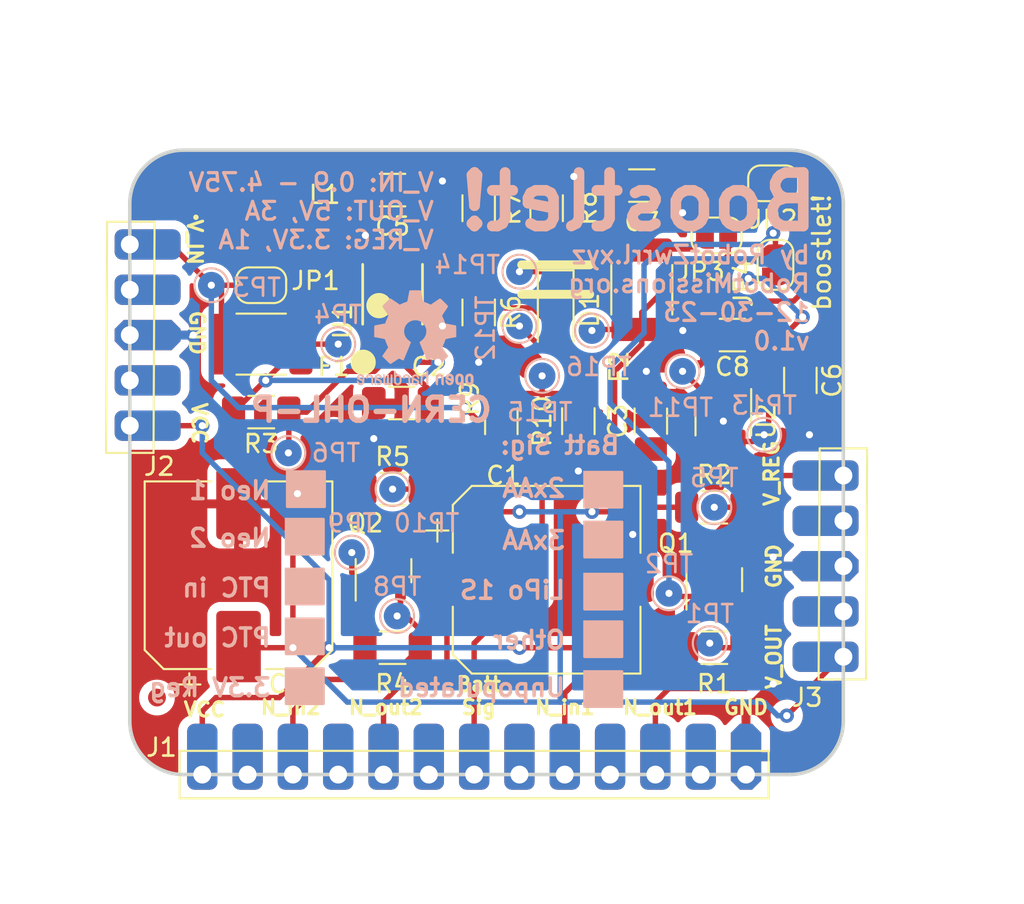
<source format=kicad_pcb>
(kicad_pcb (version 20221018) (generator pcbnew)
  (layers (0 "F.Cu" signal) (31 "B.Cu" signal) (34 "B.Paste" user) (35 "F.Paste" user) (36 "B.SilkS" user "B.Silkscreen") (37 "F.SilkS" user "F.Silkscreen") (38 "B.Mask" user) (39 "F.Mask" user) (44 "Edge.Cuts" user))
  (net 0 "")
  (net 1 "/5V")
  (net 2 "/V_BATT")
  (net 3 "Net-(D1-A)")
  (net 4 "Net-(JP1-B)")
  (net 5 "/3.3V")
  (net 6 "/NEO_OUT1")
  (net 7 "GND")
  (net 8 "VCC")
  (net 9 "/NEO_OUT2")
  (net 10 "/BATT_SIG")
  (net 13 "/NEO_IN1")
  (net 14 "/NEO_IN2")
  (net 17 "Net-(U1-LX)")
  (net 18 "Net-(U1-FB)")
  (net 19 "Net-(U1-RSET)")
  (net 20 "Net-(D1-K)")
  (net 21 "Net-(JP2-B)")
  (net 22 "Net-(U1-EN)")
  (footprint "Capacitor_SMD:CP_Elec_10x10" (layer "F.Cu") (at 127 103.886)
    (fp_text reference "C1")
    (fp_text value "680 uF @ 10 V")
  )
  (footprint "Jumper:SolderJumper-2_P1.3mm_Open_RoundedPad1.0x1.5mm" (layer "F.Cu") (at 139.7 81.661)
    (fp_text reference "JP2")
    (fp_text value "SolderJumper_2_Open")
  )
  (footprint "Resistor_SMD:R_1206_3216Metric_Pad1.30x1.75mm_HandSolder" (layer "F.Cu") (at 127 83.058 90)
    (fp_text reference "R8")
    (fp_text value "100k")
  )
  (footprint "!EK_Library:PAM2401" (layer "F.Cu") (at 118.364 87.884 90)
    (fp_text reference "U1")
    (fp_text value "PAM2401")
  )
  (footprint "Resistor_SMD:R_1206_3216Metric_Pad1.30x1.75mm_HandSolder" (layer "F.Cu") (at 110.998 94.488)
    (fp_text reference "R3")
    (fp_text value "100k")
  )
  (footprint "!EK_Library:Castellated_1x05_P2.54mm" (layer "F.Cu") (at 143.637 108.204 180)
    (fp_text reference "J3")
    (fp_text value "Conn_01x05_Socket")
  )
  (footprint "Jumper:SolderJumper-2_P1.3mm_Open_RoundedPad1.0x1.5mm" (layer "F.Cu") (at 136.525 84.582 180)
    (fp_text reference "JP3")
    (fp_text value "SolderJumper_2_Open")
  )
  (footprint "Fiducial:Fiducial_1mm_Mask2mm" (layer "F.Cu") (at 105.156 110.49)
    (fp_text reference "FID1" hide)
    (fp_text value "Fiducial")
  )
  (footprint "Resistor_SMD:R_1206_3216Metric_Pad1.30x1.75mm_HandSolder" (layer "F.Cu") (at 124.46 94.996 90)
    (fp_text reference "R9")
    (fp_text value "100")
  )
  (footprint "Resistor_SMD:R_1206_3216Metric_Pad1.30x1.75mm_HandSolder" (layer "F.Cu") (at 123.19 83.058 -90)
    (fp_text reference "R7")
    (fp_text value "750k")
  )
  (footprint "Resistor_SMD:R_1206_3216Metric_Pad1.30x1.75mm_HandSolder" (layer "F.Cu") (at 136.398 107.696)
    (fp_text reference "R1")
    (fp_text value "10k")
  )
  (footprint "Capacitor_SMD:C_1206_3216Metric_Pad1.33x1.80mm_HandSolder" (layer "F.Cu") (at 141.224 92.71 -90)
    (fp_text reference "C6")
    (fp_text value "4.7 uF")
  )
  (footprint "Diode_SMD:D_SOD-123" (layer "F.Cu") (at 127.508 88.9 -90)
    (fp_text reference "D1")
    (fp_text value "D_Schottky 3A")
  )
  (footprint "Fiducial:Fiducial_1mm_Mask2mm" (layer "F.Cu") (at 136.525 81.407)
    (fp_text reference "FID3" hide)
    (fp_text value "Fiducial")
  )
  (footprint "Package_TO_SOT_SMD:SOT-23" (layer "F.Cu") (at 136.398 103.886 90)
    (fp_text reference "Q1")
    (fp_text value "BSS138")
  )
  (footprint "Fuse:Fuse_1812_4532Metric_Pad1.30x3.40mm_HandSolder" (layer "F.Cu") (at 110.998 90.678 180)
    (fp_text reference "F1")
    (fp_text value "Polyfuse 6V, 1.5A I_h, 3A I_t, 500 ms")
  )
  (footprint "Package_TO_SOT_SMD:SOT-23" (layer "F.Cu") (at 117.856 103.378 90)
    (fp_text reference "Q2")
    (fp_text value "BSS138")
  )
  (footprint "Resistor_SMD:R_1206_3216Metric_Pad1.30x1.75mm_HandSolder" (layer "F.Cu") (at 136.398 99.822)
    (fp_text reference "R2")
    (fp_text value "10k")
  )
  (footprint "Jumper:SolderJumper-2_P1.3mm_Open_RoundedPad1.0x1.5mm" (layer "F.Cu") (at 110.998 87.376)
    (fp_text reference "JP1")
    (fp_text value "SolderJumper_2_Open")
  )
  (footprint "Resistor_SMD:R_1206_3216Metric_Pad1.30x1.75mm_HandSolder" (layer "F.Cu") (at 118.364 107.696)
    (fp_text reference "R4")
    (fp_text value "10k")
  )
  (footprint "Capacitor_SMD:C_1206_3216Metric_Pad1.33x1.80mm_HandSolder" (layer "F.Cu") (at 137.414 90.17 180)
    (fp_text reference "C8")
    (fp_text value "1 uF")
  )
  (footprint "Jumper:SolderJumper-2_P1.3mm_Open_RoundedPad1.0x1.5mm" (layer "F.Cu") (at 139.827 86.233 90)
    (fp_text reference "JP4")
    (fp_text value "SolderJumper_2_Open")
  )
  (footprint "Resistor_SMD:R_1206_3216Metric_Pad1.30x1.75mm_HandSolder" (layer "F.Cu") (at 118.364 98.806)
    (fp_text reference "R5")
    (fp_text value "10k")
  )
  (footprint "Capacitor_SMD:C_1206_3216Metric_Pad1.33x1.80mm_HandSolder" (layer "F.Cu") (at 118.364 82.042)
    (fp_text reference "C5")
    (fp_text value "22 uF")
  )
  (footprint "Fiducial:Fiducial_1mm_Mask2mm" (layer "F.Cu") (at 115.062 95.758)
    (fp_text reference "FID2" hide)
    (fp_text value "Fiducial")
  )
  (footprint "Resistor_SMD:R_1206_3216Metric_Pad1.30x1.75mm_HandSolder" (layer "F.Cu") (at 128.778 94.996 -90)
    (fp_text reference "R10")
    (fp_text value "6.8k")
  )
  (footprint "Capacitor_SMD:C_1206_3216Metric_Pad1.33x1.80mm_HandSolder" (layer "F.Cu") (at 132.334 81.788)
    (fp_text reference "C7")
    (fp_text value "1 uF")
  )
  (footprint "Package_TO_SOT_SMD:SOT-23-5" (layer "F.Cu") (at 136.906 94.996 -90)
    (fp_text reference "U2")
    (fp_text value "AP2112K-3.3")
  )
  (footprint "Capacitor_SMD:C_1206_3216Metric_Pad1.33x1.80mm_HandSolder" (layer "F.Cu") (at 118.872 93.98 180)
    (fp_text reference "C2")
    (fp_text value "10 uF")
  )
  (footprint "Capacitor_SMD:C_1206_3216Metric_Pad1.33x1.80mm_HandSolder" (layer "F.Cu") (at 132.842 94.996 90)
    (fp_text reference "C3")
    (fp_text value "4.7 uF")
  )
  (footprint "!EK_Library:INDUCTOR_IND_IFSC_1515AH_VIS-M" (layer "F.Cu") (at 110.744 83.566)
    (fp_text reference "L1")
    (fp_text value "2.2 uH, 3 A")
  )
  (footprint "Resistor_SMD:R_1206_3216Metric_Pad1.30x1.75mm_HandSolder" (layer "F.Cu") (at 123.19 88.9 -90)
    (fp_text reference "R6")
    (fp_text value "100k")
  )
  (footprint "Capacitor_SMD:CP_Elec_10x10" (layer "F.Cu") (at 109.728 103.632 90)
    (fp_text reference "C4")
    (fp_text value "680 uF @ 10 V")
  )
  (footprint "Fiducial:Fiducial_1mm_Mask2mm" (layer "F.Cu") (at 121.92 96.774)
    (fp_text reference "FID4" hide)
    (fp_text value "Fiducial")
  )
  (footprint "!EK_Library:Castellated_1x13_P2.54mm" (layer "F.Cu") (at 107.696 114.808 90)
    (fp_text reference "J1")
    (fp_text value "Conn_01x13_Socket")
  )
  (footprint "!EK_Library:Castellated_1x05_P2.54mm" (layer "F.Cu") (at 103.632 85.09)
    (fp_text reference "J2")
    (fp_text value "Conn_01x05_Socket")
  )
  (footprint "Fuse:Fuse_1812_4532Metric_Pad1.30x3.40mm_HandSolder" (layer "F.Cu") (at 132.334 87.63 -90)
    (fp_text reference "F2")
    (fp_text value "Polyfuse 16V, 1.25A I_h, 2.5A I_t, 400 ms")
  )
  (footprint "TestPoint:TestPoint_Pad_D1.5mm" (layer "B.Cu") (at 115.316 90.678 180)
    (fp_text reference "TP4")
    (fp_text value "TestPoint")
  )
  (footprint "TestPoint:TestPoint_Pad_D1.5mm" (layer "B.Cu") (at 118.618 105.918 180)
    (fp_text reference "TP8")
    (fp_text value "TestPoint")
  )
  (footprint "TestPoint:TestPoint_Pad_D1.5mm" (layer "B.Cu") (at 116.078 102.362 180)
    (fp_text reference "TP9")
    (fp_text value "TestPoint")
  )
  (footprint "TestPoint:TestPoint_Pad_D1.5mm" (layer "B.Cu") (at 126.746 92.456 180)
    (fp_text reference "TP15")
    (fp_text value "TestPoint")
  )
  (footprint "Symbol:OSHW-Logo2_7.3x6mm_SilkScreen" (layer "B.Cu") (at 119.634 90.424 180)
    (fp_text reference "REF**" hide)
    (fp_text value "OSHW-Logo2_7.3x6mm_SilkScreen" hide)
  )
  (footprint "TestPoint:TestPoint_Pad_D1.5mm" (layer "B.Cu") (at 129.54 89.916 180)
    (fp_text reference "TP16")
    (fp_text value "TestPoint")
  )
  (footprint "TestPoint:TestPoint_Pad_D1.5mm" (layer "B.Cu") (at 136.398 99.822 180)
    (fp_text reference "TP5")
    (fp_text value "TestPoint")
  )
  (footprint "TestPoint:TestPoint_Pad_D1.5mm" (layer "B.Cu") (at 134.62 92.202 180)
    (fp_text reference "TP11")
    (fp_text value "TestPoint")
  )
  (footprint "TestPoint:TestPoint_Pad_D1.5mm" (layer "B.Cu") (at 133.858 104.648 180)
    (fp_text reference "TP2")
    (fp_text value "TestPoint")
  )
  (footprint "TestPoint:TestPoint_Pad_D1.5mm" (layer "B.Cu") (at 125.476 86.614 180)
    (fp_text reference "TP14")
    (fp_text value "TestPoint")
  )
  (footprint "TestPoint:TestPoint_Pad_D1.5mm" (layer "B.Cu") (at 112.522 96.774 180)
    (fp_text reference "TP6")
    (fp_text value "TestPoint")
  )
  (footprint "TestPoint:TestPoint_Pad_D1.5mm" (layer "B.Cu") (at 108.204 87.376 180)
    (fp_text reference "TP3")
    (fp_text value "TestPoint")
  )
  (footprint "TestPoint:TestPoint_Pad_D1.5mm" (layer "B.Cu") (at 139.192 95.758 180)
    (fp_text reference "TP13")
    (fp_text value "TestPoint")
  )
  (footprint "TestPoint:TestPoint_Pad_D1.5mm" (layer "B.Cu") (at 136.144 107.442 180)
    (fp_text reference "TP1")
    (fp_text value "TestPoint")
  )
  (footprint "TestPoint:TestPoint_Pad_D1.5mm" (layer "B.Cu") (at 118.364 98.806 180)
    (fp_text reference "TP10")
    (fp_text value "TestPoint")
  )
  (footprint "TestPoint:TestPoint_Pad_D1.5mm" (layer "B.Cu") (at 125.476 89.662 180)
    (fp_text reference "TP12")
    (fp_text value "TestPoint")
  )
  (gr_rect (start 129.12725 106.2355) (end 131.22275 108.204) (stroke (width 0.15)) (fill solid) (layer "B.SilkS"))
  (gr_rect (start 112.395 106.07675) (end 114.4905 108.04525) (stroke (width 0.15)) (fill solid) (layer "B.SilkS"))
  (gr_rect (start 112.395 100.48875) (end 114.4905 102.45725) (stroke (width 0.15)) (fill solid) (layer "B.SilkS"))
  (gr_rect (start 129.12725 103.5685) (end 131.22275 105.537) (stroke (width 0.15)) (fill solid) (layer "B.SilkS"))
  (gr_rect (start 112.395 103.28275) (end 114.4905 105.25125) (stroke (width 0.15)) (fill solid) (layer "B.SilkS"))
  (gr_rect (start 129.12725 97.8535) (end 131.22275 99.822) (stroke (width 0.15)) (fill solid) (layer "B.SilkS"))
  (gr_rect (start 129.12725 109.0295) (end 131.22275 110.998) (stroke (width 0.15)) (fill solid) (layer "B.SilkS"))
  (gr_rect (start 112.395 108.87075) (end 114.4905 110.83925) (stroke (width 0.15)) (fill solid) (layer "B.SilkS"))
  (gr_rect (start 129.12725 100.6475) (end 131.22275 102.616) (stroke (width 0.15)) (fill solid) (layer "B.SilkS"))
  (gr_rect (start 112.4585 97.82175) (end 114.554 99.79025) (stroke (width 0.15)) (fill solid) (layer "B.SilkS"))
  (gr_line (start 125.603 86.233) (end 129.413 86.233) (stroke (width 0.5)) (layer "F.SilkS"))
  (gr_line (start 125.603 87.884) (end 129.413 87.884) (stroke (width 0.5)) (layer "F.SilkS"))
  (gr_circle (center 116.713 91.694) (end 117.170905 91.694) (stroke (width 0.5)) (fill solid) (layer "F.SilkS"))
  (gr_circle (center 117.602 88.519) (end 118.059905 88.519) (stroke (width 0.5)) (fill solid) (layer "F.SilkS"))
  (gr_arc (start 103.632 82.804) (mid 104.51068 80.68268) (end 106.632 79.804) (stroke (width 0.2)) (layer "Edge.Cuts"))
  (gr_arc (start 106.632 114.804) (mid 104.51068 113.92532) (end 103.632 111.804) (stroke (width 0.2)) (layer "Edge.Cuts"))
  (gr_line (start 140.632 79.804) (end 106.632 79.804) (stroke (width 0.2)) (layer "Edge.Cuts"))
  (gr_line (start 106.632 114.804) (end 140.632 114.804) (stroke (width 0.2)) (layer "Edge.Cuts"))
  (gr_line (start 103.632 82.804) (end 103.632 111.804) (stroke (width 0.2)) (layer "Edge.Cuts"))
  (gr_line (start 143.632 111.804) (end 143.632 82.804) (stroke (width 0.2)) (layer "Edge.Cuts"))
  (gr_arc (start 143.632 111.804) (mid 142.75332 113.92532) (end 140.632 114.804) (stroke (width 0.2)) (layer "Edge.Cuts"))
  (gr_arc (start 140.632 79.804) (mid 142.75332 80.68268) (end 143.632 82.804) (stroke (width 0.2)) (layer "Edge.Cuts"))
  (gr_text "EK" (at 104.648 82.296) (layer "F.Cu") (effects (font (size 1 1) (thickness 0.25) bold) (justify left bottom)))
  (gr_text "3.3V Reg" (at 111.633 109.347) (layer "B.SilkS") (effects (font (size 1 1) (thickness 0.2) bold) (justify left top mirror)))
  (gr_text "Batt Sig:" (at 131.191 95.758) (layer "B.SilkS") (effects (font (size 1 1) (thickness 0.2) bold) (justify left top mirror)))
  (gr_text "CERN-OHL-P" (at 124.079 93.599) (layer "B.SilkS") (effects (font (size 1.3 1.3) (thickness 0.3) bold) (justify left top mirror)))
  (gr_text "PTC out" (at 111.633 106.553) (layer "B.SilkS") (effects (font (size 1 1) (thickness 0.2) bold) (justify left top mirror)))
  (gr_text "Other" (at 128.143 106.68) (layer "B.SilkS") (effects (font (size 1 1) (thickness 0.2) bold) (justify left top mirror)))
  (gr_text "2xAA" (at 128.143 98.171) (layer "B.SilkS") (effects (font (size 1 1) (thickness 0.2) bold) (justify left top mirror)))
  (gr_text "Unpopulated" (at 128.143 109.347) (layer "B.SilkS") (effects (font (size 1 1) (thickness 0.2) bold) (justify left top mirror)))
  (gr_text "by RobotZwrrl.xyz\nRobotMissions.org\n12-30-23\nv1.0" (at 141.859 85.09) (layer "B.SilkS") (effects (font (size 1 1) (thickness 0.18) bold) (justify left top mirror)))
  (gr_text "3xAA" (at 128.143 101.092) (layer "B.SilkS") (effects (font (size 1 1) (thickness 0.2) bold) (justify left top mirror)))
  (gr_text "Neo 1" (at 111.633 98.298) (layer "B.SilkS") (effects (font (size 1 1) (thickness 0.2) bold) (justify left top mirror)))
  (gr_text "V_IN: 0.9 - 4.75V\nV_OUT: 5V, 3A\nV_REG: 3.3V, 1A" (at 120.777 81.026) (layer "B.SilkS") (effects (font (size 1 1) (thickness 0.18) bold) (justify left top mirror)))
  (gr_text "LiPo 1S" (at 128.143 103.886) (layer "B.SilkS") (effects (font (size 1 1) (thickness 0.2) bold) (justify left top mirror)))
  (gr_text "Boostlet!" (at 142.494 84.455) (layer "B.SilkS") (effects (font (size 3 3) (thickness 0.6) bold) (justify left bottom mirror)))
  (gr_text "PTC in" (at 111.633 103.759) (layer "B.SilkS") (effects (font (size 1 1) (thickness 0.2) bold) (justify left top mirror)))
  (gr_text "Neo 2" (at 111.633 100.965) (layer "B.SilkS") (effects (font (size 1 1) (thickness 0.2) bold) (justify left top mirror)))
  (gr_text "VCC" (at 107.061 95.123 270) (layer "F.SilkS") (effects (font (size 0.8 0.8) (thickness 0.175) bold) (justify bottom)))
  (gr_text "boostlet!" (at 143.002 88.9 90) (layer "F.SilkS") (effects (font (size 1 1)) (justify left bottom)))
  (gr_text "V_OUT" (at 140.208 108.204 90) (layer "F.SilkS") (effects (font (size 0.8 0.8) (thickness 0.175) bold) (justify bottom)))
  (gr_text "V_REG" (at 140.081 97.917 90) (layer "F.SilkS") (effects (font (size 0.8 0.8) (thickness 0.175) bold) (justify bottom)))
  (gr_text "N_in2" (at 112.649 111.506) (layer "F.SilkS") (effects (font (size 0.8 0.8) (thickness 0.175) bold) (justify bottom)))
  (gr_text "VCC" (at 107.823 111.633) (layer "F.SilkS") (effects (font (size 0.8 0.8) (thickness 0.175) bold) (justify bottom)))
  (gr_text "Batt\nSig" (at 123.19 111.506) (layer "F.SilkS") (effects (font (size 0.8 0.8) (thickness 0.175) bold) (justify bottom)))
  (gr_text "GND" (at 138.176 111.506) (layer "F.SilkS") (effects (font (size 0.8 0.8) (thickness 0.175) bold) (justify bottom)))
  (gr_text "N_out1" (at 133.35 111.506) (layer "F.SilkS") (effects (font (size 0.8 0.8) (thickness 0.175) bold) (justify bottom)))
  (gr_text "GND" (at 140.208 103.124 90) (layer "F.SilkS") (effects (font (size 0.8 0.8) (thickness 0.175) bold) (justify bottom)))
  (gr_text "V_IN" (at 106.807 84.963 270) (layer "F.SilkS") (effects (font (size 0.8 0.8) (thickness 0.175) bold) (justify bottom)))
  (gr_text "N_in1" (at 128.016 111.506) (layer "F.SilkS") (effects (font (size 0.8 0.8) (thickness 0.175) bold) (justify bottom)))
  (gr_text "GND" (at 106.934 90.043 270) (layer "F.SilkS") (effects (font (size 0.8 0.8) (thickness 0.175) bold) (justify bottom)))
  (gr_text "N_out2" (at 117.983 111.506) (layer "F.SilkS") (effects (font (size 0.8 0.8) (thickness 0.175) bold) (justify bottom)))
  (segment (start 109.792 107.696) (end 109.728 107.632) (width 0.3048) (layer "F.Cu") (net 1))
  (segment (start 123 101.282) (end 124.206 100.076) (width 0.3048) (layer "F.Cu") (net 1))
  (segment (start 124.206 100.076) (end 125.476 100.076) (width 0.3048) (layer "F.Cu") (net 1))
  (segment (start 132.334 90.678) (end 132.334 89.855) (width 0.3048) (layer "F.Cu") (net 1))
  (segment (start 132.334 89.855) (end 132.334 88.9) (width 0.3048) (layer "F.Cu") (net 1))
  (segment (start 115.57 98.806) (end 116.814 98.806) (width 0.3048) (layer "F.Cu") (net 1))
  (segment (start 112.776 107.696) (end 109.792 107.696) (width 0.3048) (layer "F.Cu") (net 1))
  (segment (start 130.81 100.076) (end 130.81 92.202) (width 0.3048) (layer "F.Cu") (net 1))
  (segment (start 137.175 85.71) (end 137.175 84.582) (width 0.3048) (layer "F.Cu") (net 1))
  (segment (start 137.175 84.582) (end 137.175 83.536) (width 0.3048) (layer "F.Cu") (net 1))
  (segment (start 132.842 99.822) (end 134.848 99.822) (width 0.3048) (layer "F.Cu") (net 1))
  (segment (start 129.601 89.855) (end 129.54 89.916) (width 0.3048) (layer "F.Cu") (net 1))
  (segment (start 134.874 86.36) (end 136.525 86.36) (width 0.3048) (layer "F.Cu") (net 1))
  (segment (start 130.81 100.076) (end 132.588 100.076) (width 0.3048) (layer "F.Cu") (net 1))
  (segment (start 132.334 89.855) (end 129.601 89.855) (width 0.3048) (layer "F.Cu") (net 1))
  (segment (start 130.81 92.202) (end 132.334 90.678) (width 0.3048) (layer "F.Cu") (net 1))
  (segment (start 143.51 108.204) (end 143.637 108.204) (width 0.3048) (layer "F.Cu") (net 1))
  (segment (start 132.588 100.076) (end 132.842 99.822) (width 0.3048) (layer "F.Cu") (net 1))
  (segment (start 141.224 110.49) (end 143.51 108.204) (width 0.3048) (layer "F.Cu") (net 1))
  (segment (start 112.776 107.696) (end 112.776 101.6) (width 0.3048) (layer "F.Cu") (net 1))
  (segment (start 137.175 83.536) (end 139.05 81.661) (width 0.3048) (layer "F.Cu") (net 1))
  (segment (start 140.462 111.506) (end 141.224 110.744) (width 0.3048) (layer "F.Cu") (net 1))
  (segment (start 123 103.886) (end 123 101.282) (width 0.3048) (layer "F.Cu") (net 1))
  (segment (start 129.54 100.076) (end 130.81 100.076) (width 0.3048) (layer "F.Cu") (net 1))
  (segment (start 136.525 86.36) (end 137.175 85.71) (width 0.3048) (layer "F.Cu") (net 1))
  (segment (start 141.224 110.744) (end 141.224 110.49) (width 0.3048) (layer "F.Cu") (net 1))
  (segment (start 132.334 88.9) (end 134.874 86.36) (width 0.3048) (layer "F.Cu") (net 1))
  (segment (start 112.776 101.6) (end 115.57 98.806) (width 0.3048) (layer "F.Cu") (net 1))
  (via (at 129.54 89.916) (size 0.8) (drill 0.4) (layers "F.Cu" "B.Cu") (net 1))
  (via (at 129.54 100.076) (size 0.8) (drill 0.4) (layers "F.Cu" "B.Cu") (net 1))
  (via (at 140.462 111.506) (size 0.8) (drill 0.4) (layers "F.Cu" "B.Cu") (net 1))
  (via (at 112.776 107.696) (size 0.8) (drill 0.4) (layers "F.Cu" "B.Cu") (net 1))
  (via (at 125.476 100.076) (size 0.8) (drill 0.4) (layers "F.Cu" "B.Cu") (net 1))
  (segment (start 127.762 110.744) (end 115.824 110.744) (width 0.3048) (layer "B.Cu") (net 1))
  (segment (start 139.954 111.506) (end 139.192 110.744) (width 0.3048) (layer "B.Cu") (net 1))
  (segment (start 140.462 111.506) (end 139.954 111.506) (width 0.3048) (layer "B.Cu") (net 1))
  (segment (start 115.824 110.744) (end 112.776 107.696) (width 0.3048) (layer "B.Cu") (net 1))
  (segment (start 127.762 100.076) (end 129.54 100.076) (width 0.3048) (layer "B.Cu") (net 1))
  (segment (start 127.762 110.744) (end 127.762 100.076) (width 0.3048) (layer "B.Cu") (net 1))
  (segment (start 125.476 100.076) (end 127.762 100.076) (width 0.3048) (layer "B.Cu") (net 1))
  (segment (start 139.192 110.744) (end 127.762 110.744) (width 0.3048) (layer "B.Cu") (net 1))
  (segment (start 108.204 87.376) (end 110.348 87.376) (width 0.3048) (layer "F.Cu") (net 2))
  (segment (start 108.773 87.376) (end 108.773 90.678) (width 0.3048) (layer "F.Cu") (net 2))
  (segment (start 108.773 87.376) (end 108.204 87.376) (width 0.3048) (layer "F.Cu") (net 2))
  (segment (start 124.46 96.546) (end 124.46 96.266) (width 0.3048) (layer "F.Cu") (net 2))
  (segment (start 124.46 96.266) (end 122.428 94.234) (width 0.3048) (layer "F.Cu") (net 2))
  (segment (start 108.204 87.376) (end 105.918 85.09) (width 0.3048) (layer "F.Cu") (net 2))
  (segment (start 105.918 85.09) (end 103.632 85.09) (width 0.3048) (layer "F.Cu") (net 2))
  (via (at 122.428 94.234) (size 0.8) (drill 0.4) (layers "F.Cu" "B.Cu") (net 2))
  (via (at 108.204 87.376) (size 0.8) (drill 0.4) (layers "F.Cu" "B.Cu") (net 2))
  (segment (start 122.428 94.234) (end 109.728 94.234) (width 0.3048) (layer "B.Cu") (net 2))
  (segment (start 108.204 92.71) (end 108.204 87.376) (width 0.3048) (layer "B.Cu") (net 2))
  (segment (start 109.728 94.234) (end 108.204 92.71) (width 0.3048) (layer "B.Cu") (net 2))
  (segment (start 127.508 89.916) (end 127.508 90.55) (width 0.3048) (layer "F.Cu") (net 3))
  (segment (start 118.03888 85.7631) (end 118.03888 84.51088) (width 0.3048) (layer "F.Cu") (net 3))
  (segment (start 119.126 88.646) (end 126.238 88.646) (width 0.3048) (layer "F.Cu") (net 3))
  (segment (start 118.03888 87.55888) (end 119.126 88.646) (width 0.3048) (layer "F.Cu") (net 3))
  (segment (start 123.19 81.788) (end 123.19 81.508) (width 0.3048) (layer "F.Cu") (net 3))
  (segment (start 126.238 88.646) (end 127.508 89.916) (width 0.3048) (layer "F.Cu") (net 3))
  (segment (start 118.03888 85.7631) (end 118.03888 87.55888) (width 0.3048) (layer "F.Cu") (net 3))
  (segment (start 121.412 83.566) (end 123.19 81.788) (width 0.3048) (layer "F.Cu") (net 3))
  (segment (start 116.8015 83.2735) (end 116.8015 82.042) (width 0.3048) (layer "F.Cu") (net 3))
  (segment (start 127.508 90.55) (end 126.364 90.55) (width 0.3048) (layer "F.Cu") (net 3))
  (segment (start 118.03888 84.51088) (end 118.98376 83.566) (width 0.3048) (layer "F.Cu") (net 3))
  (segment (start 118.03888 84.51088) (end 116.8015 83.2735) (width 0.3048) (layer "F.Cu") (net 3))
  (segment (start 118.98376 83.566) (end 121.412 83.566) (width 0.3048) (layer "F.Cu") (net 3))
  (segment (start 126.364 90.55) (end 125.476 89.662) (width 0.3048) (layer "F.Cu") (net 3))
  (via (at 125.476 89.662) (size 0.8) (drill 0.4) (layers "F.Cu" "B.Cu") (net 3))
  (segment (start 118.68912 91.51112) (end 118.68912 90.0049) (width 0.3048) (layer "F.Cu") (net 4))
  (segment (start 109.448 94.488) (end 113.223 90.713) (width 0.3048) (layer "F.Cu") (net 4))
  (segment (start 120.4345 93.98) (end 120.4345 93.2565) (width 0.3048) (layer "F.Cu") (net 4))
  (segment (start 119.253 92.075) (end 119.634 91.694) (width 0.3048) (layer "F.Cu") (net 4))
  (segment (start 110.5662 85.6742) (end 109.982 85.6742) (width 0.3048) (layer "F.Cu") (net 4))
  (segment (start 113.223 88.951) (end 113.223 90.678) (width 0.3048) (layer "F.Cu") (net 4))
  (segment (start 120.4345 93.2565) (end 119.253 92.075) (width 0.3048) (layer "F.Cu") (net 4))
  (segment (start 111.648 86.756) (end 110.5662 85.6742) (width 0.3048) (layer "F.Cu") (net 4))
  (segment (start 119.634 91.694) (end 120.904 91.694) (width 0.3048) (layer "F.Cu") (net 4))
  (segment (start 113.223 90.678) (end 115.316 90.678) (width 0.3048) (layer "F.Cu") (net 4))
  (segment (start 109.640447 85.332647) (end 109.640447 83.922947) (width 0.3048) (layer "F.Cu") (net 4))
  (segment (start 119.253 92.075) (end 118.68912 91.51112) (width 0.3048) (layer "F.Cu") (net 4))
  (segment (start 111.648 87.376) (end 111.648 86.756) (width 0.3048) (layer "F.Cu") (net 4))
  (segment (start 111.648 87.376) (end 113.223 88.951) (width 0.3048) (layer "F.Cu") (net 4))
  (segment (start 109.982 85.6742) (end 109.640447 85.332647) (width 0.3048) (layer "F.Cu") (net 4))
  (via (at 111.252 92.71) (size 0.8) (drill 0.4) (layers "F.Cu" "B.Cu") (net 4))
  (via (at 120.904 91.694) (size 0.8) (drill 0.4) (layers "F.Cu" "B.Cu") (net 4))
  (via (at 115.316 90.678) (size 0.8) (drill 0.4) (layers "F.Cu" "B.Cu") (net 4))
  (segment (start 120.904 91.694) (end 119.888 92.71) (width 0.3048) (layer "B.Cu") (net 4))
  (segment (start 119.888 92.71) (end 111.252 92.71) (width 0.3048) (layer "B.Cu") (net 4))
  (segment (start 137.856 96.1335) (end 138.5625 96.1335) (width 0.3048) (layer "F.Cu") (net 5))
  (segment (start 139.192 95.504) (end 139.446 95.25) (width 0.3048) (layer "F.Cu") (net 5))
  (segment (start 138.303 86.995) (end 139.715 86.995) (width 0.3048) (layer "F.Cu") (net 5))
  (segment (start 140.2465 90.17) (end 141.224 91.1475) (width 0.3048) (layer "F.Cu") (net 5))
  (segment (start 138.9765 90.17) (end 140.2465 90.17) (width 0.3048) (layer "F.Cu") (net 5))
  (segment (start 138.684 98.044) (end 143.637 98.044) (width 0.3048) (layer "F.Cu") (net 5))
  (segment (start 138.5625 96.1335) (end 139.192 95.504) (width 0.3048) (layer "F.Cu") (net 5))
  (segment (start 137.856 96.1335) (end 137.856 97.216) (width 0.3048) (layer "F.Cu") (net 5))
  (segment (start 137.856 97.216) (end 138.684 98.044) (width 0.3048) (layer "F.Cu") (net 5))
  (segment (start 139.954 91.694) (end 139.954 90.4625) (width 0.3048) (layer "F.Cu") (net 5))
  (segment (start 140.2465 90.17) (end 140.335 90.17) (width 0.3048) (layer "F.Cu") (net 5))
  (segment (start 139.446 95.25) (end 139.446 93.726) (width 0.3048) (layer "F.Cu") (net 5))
  (segment (start 139.446 92.202) (end 139.954 91.694) (width 0.3048) (layer "F.Cu") (net 5))
  (segment (start 139.715 86.995) (end 139.827 86.883) (width 0.3048) (layer "F.Cu") (net 5))
  (segment (start 139.954 90.4625) (end 140.2465 90.17) (width 0.3048) (layer "F.Cu") (net 5))
  (segment (start 139.192 95.504) (end 139.192 95.758) (width 0.3048) (layer "F.Cu") (net 5))
  (segment (start 139.446 93.726) (end 139.446 92.202) (width 0.3048) (layer "F.Cu") (net 5))
  (segment (start 140.335 90.17) (end 141.351 89.154) (width 0.3048) (layer "F.Cu") (net 5))
  (via (at 138.303 86.995) (size 0.8) (drill 0.4) (layers "F.Cu" "B.Cu") (net 5))
  (via (at 141.351 89.154) (size 0.8) (drill 0.4) (layers "F.Cu" "B.Cu") (net 5))
  (via (at 139.192 95.758) (size 0.8) (drill 0.4) (layers "F.Cu" "B.Cu") (net 5))
  (segment (start 139.192 86.995) (end 141.351 89.154) (width 0.3048) (layer "B.Cu") (net 5))
  (segment (start 138.303 86.995) (end 139.192 86.995) (width 0.3048) (layer "B.Cu") (net 5))
  (segment (start 133.858 109.982) (end 138.176 109.982) (width 0.3048) (layer "F.Cu") (net 6))
  (segment (start 133.096 110.744) (end 133.858 109.982) (width 0.3048) (layer "F.Cu") (net 6))
  (segment (start 137.948 99.822) (end 136.398 99.822) (width 0.3048) (layer "F.Cu") (net 6))
  (segment (start 138.176 103.378) (end 138.176 100.05) (width 0.3048) (layer "F.Cu") (net 6))
  (segment (start 138.176 109.982) (end 139.192 108.966) (width 0.3048) (layer "F.Cu") (net 6))
  (segment (start 136.398 102.9485) (end 136.398 101.372) (width 0.3048) (layer "F.Cu") (net 6))
  (segment (start 136.398 101.372) (end 137.948 99.822) (width 0.3048) (layer "F.Cu") (net 6))
  (segment (start 139.192 108.966) (end 139.192 104.394) (width 0.3048) (layer "F.Cu") (net 6))
  (segment (start 133.096 114.808) (end 133.096 110.744) (width 0.3048) (layer "F.Cu") (net 6))
  (segment (start 139.192 104.394) (end 138.176 103.378) (width 0.3048) (layer "F.Cu") (net 6))
  (segment (start 138.176 100.05) (end 137.948 99.822) (width 0.3048) (layer "F.Cu") (net 6))
  (via (at 136.398 99.822) (size 0.8) (drill 0.4) (layers "F.Cu" "B.Cu") (net 6))
  (segment (start 119.9265 82.042) (end 120.65 82.042) (width 0.3048) (layer "F.Cu") (net 7))
  (segment (start 117.38864 85.13064) (end 116.84 84.582) (width 0.3048) (layer "F.Cu") (net 7))
  (segment (start 139.7 109.728) (end 138.176 111.252) (width 0.3048) (layer "F.Cu") (net 7))
  (segment (start 140.208 103.124) (end 143.637 103.124) (width 0.3048) (layer "F.Cu") (net 7))
  (segment (start 133.8965 82.5885) (end 134.62 83.312) (width 0.3048) (layer "F.Cu") (net 7))
  (segment (start 133.8965 81.788) (end 133.8965 82.5885) (width 0.3048) (layer "F.Cu") (net 7))
  (segment (start 131 102.172) (end 131.826 101.346) (width 0.3048) (layer "F.Cu") (net 7))
  (segment (start 120.8151 90.0049) (end 121.158 89.662) (width 0.3048) (layer "F.Cu") (net 7))
  (segment (start 123.19 90.45) (end 123.19 91.694) (width 0.3048) (layer "F.Cu") (net 7))
  (segment (start 135.8515 90.17) (end 134.874 90.17) (width 0.3048) (layer "F.Cu") (net 7))
  (segment (start 134.874 90.17) (end 134.62 89.916) (width 0.3048) (layer "F.Cu") (net 7))
  (segment (start 136.906 93.8585) (end 136.906 94.996) (width 0.3048) (layer "F.Cu") (net 7))
  (segment (start 119.33936 90.0049) (end 120.8151 90.0049) (width 0.3048) (layer "F.Cu") (net 7))
  (segment (start 117.348 96.012) (end 117.3095 95.9735) (width 0.3048) (layer "F.Cu") (net 7))
  (segment (start 128.778 96.546) (end 128.778 97.79) (width 0.3048) (layer "F.Cu") (net 7))
  (segment (start 120.65 82.042) (end 121.158 81.534) (width 0.3048) (layer "F.Cu") (net 7))
  (segment (start 131 103.886) (end 131 102.172) (width 0.3048) (layer "F.Cu") (net 7))
  (segment (start 128.296 81.508) (end 128.524 81.28) (width 0.3048) (layer "F.Cu") (net 7))
  (segment (start 138.176 111.252) (end 138.176 114.808) (width 0.3048) (layer "F.Cu") (net 7))
  (segment (start 117.38864 85.7631) (end 117.38864 85.13064) (width 0.3048) (layer "F.Cu") (net 7))
  (segment (start 127 81.508) (end 128.296 81.508) (width 0.3048) (layer "F.Cu") (net 7))
  (segment (start 141.224 94.2725) (end 141.224 95.25) (width 0.3048) (layer "F.Cu") (net 7))
  (segment (start 139.7 102.616) (end 140.208 103.124) (width 0.3048) (layer "F.Cu") (net 7))
  (segment (start 103.632 90.17) (end 107.188 90.17) (width 0.3048) (layer "F.Cu") (net 7))
  (segment (start 132.842 92.456) (end 132.588 92.202) (width 0.3048) (layer "F.Cu") (net 7))
  (segment (start 134.62 89.916) (end 134.6335 89.916) (width 0.3048) (layer "F.Cu") (net 7))
  (segment (start 132.842 93.4335) (end 132.842 92.456) (width 0.3048) (layer "F.Cu") (net 7))
  (segment (start 109.728 99.632) (end 112.458 99.632) (width 0.3048) (layer "F.Cu") (net 7))
  (segment (start 112.458 99.632) (end 113.03 99.06) (width 0.3048) (layer "F.Cu") (net 7))
  (segment (start 141.224 95.25) (end 141.732 95.758) (width 0.3048) (layer "F.Cu") (net 7))
  (segment (start 117.3095 93.98) (end 117.3095 95.9735) (width 0.3048) (layer "F.Cu") (net 7))
  (via (at 121.158 81.534) (size 0.8) (drill 0.4) (layers "F.Cu" "B.Cu") (net 7))
  (via (at 121.158 89.662) (size 0.8) (drill 0.4) (layers "F.Cu" "B.Cu") (net 7))
  (via (at 128.524 81.28) (size 0.8) (drill 0.4) (layers "F.Cu" "B.Cu") (net 7))
  (via (at 116.84 84.582) (size 0.8) (drill 0.4) (layers "F.Cu" "B.Cu") (net 7))
  (via (at 107.188 90.17) (size 0.8) (drill 0.4) (layers "F.Cu" "B.Cu") (net 7))
  (via (at 134.62 83.312) (size 0.8) (drill 0.4) (layers "F.Cu" "B.Cu") (net 7))
  (via (at 139.7 109.728) (size 0.8) (drill 0.4) (layers "F.Cu" "B.Cu") (net 7))
  (via (at 128.778 97.79) (size 0.8) (drill 0.4) (layers "F.Cu" "B.Cu") (net 7))
  (via (at 136.906 94.996) (size 0.8) (drill 0.4) (layers "F.Cu" "B.Cu") (net 7))
  (via (at 123.19 91.694) (size 0.8) (drill 0.4) (layers "F.Cu" "B.Cu") (net 7))
  (via (at 117.3095 95.9735) (size 0.8) (drill 0.4) (layers "F.Cu" "B.Cu") (net 7))
  (via (at 131.826 101.346) (size 0.8) (drill 0.4) (layers "F.Cu" "B.Cu") (net 7))
  (via (at 113.03 99.06) (size 0.8) (drill 0.4) (layers "F.Cu" "B.Cu") (net 7))
  (via (at 132.588 92.202) (size 0.8) (drill 0.4) (layers "F.Cu" "B.Cu") (net 7))
  (via (at 141.732 95.758) (size 0.8) (drill 0.4) (layers "F.Cu" "B.Cu") (net 7))
  (via (at 134.6335 89.916) (size 0.8) (drill 0.4) (layers "F.Cu" "B.Cu") (net 7))
  (via (at 139.7 102.616) (size 0.8) (drill 0.4) (layers "F.Cu" "B.Cu") (net 7))
  (segment (start 112.014 110.49) (end 114.808 107.696) (width 0.3048) (layer "F.Cu") (net 8))
  (segment (start 107.696 114.808) (end 107.696 111.252) (width 0.3048) (layer "F.Cu") (net 8))
  (segment (start 134.848 105.4235) (end 135.448 104.8235) (width 0.3048) (layer "F.Cu") (net 8))
  (segment (start 139.7 84.455) (end 139.827 84.582) (width 0.3048) (layer "F.Cu") (net 8))
  (segment (start 134.848 107.696) (end 134.848 105.4235) (width 0.3048) (layer "F.Cu") (net 8))
  (segment (start 135.448 104.8235) (end 134.0335 104.8235) (width 0.3048) (layer "F.Cu") (net 8))
  (segment (start 114.808 107.696) (end 116.814 107.696) (width 0.3048) (layer "F.Cu") (net 8))
  (segment (start 116.906 104.3155) (end 116.078 103.4875) (width 0.3048) (layer "F.Cu") (net 8))
  (segment (start 134.0335 104.8235) (end 133.858 104.648) (width 0.3048) (layer "F.Cu") (net 8))
  (segment (start 116.814 107.696) (end 116.814 104.4075) (width 0.3048) (layer "F.Cu") (net 8))
  (segment (start 116.078 103.4875) (end 116.078 102.362) (width 0.3048) (layer "F.Cu") (net 8))
  (segment (start 139.827 84.582) (end 139.827 85.583) (width 0.3048) (layer "F.Cu") (net 8))
  (segment (start 108.458 110.49) (end 112.014 110.49) (width 0.3048) (layer "F.Cu") (net 8))
  (segment (start 107.696 95.25) (end 103.632 95.25) (width 0.3048) (layer "F.Cu") (net 8))
  (segment (start 107.696 111.252) (end 108.458 110.49) (width 0.3048) (layer "F.Cu") (net 8))
  (segment (start 116.814 104.4075) (end 116.906 104.3155) (width 0.3048) (layer "F.Cu") (net 8))
  (segment (start 134.848 107.696) (end 125.476 107.696) (width 0.3048) (layer "F.Cu") (net 8))
  (via (at 139.7 84.455) (size 0.8) (drill 0.4) (layers "F.Cu" "B.Cu") (net 8))
  (via (at 107.696 95.25) (size 0.8) (drill 0.4) (layers "F.Cu" "B.Cu") (net 8))
  (via (at 116.078 102.362) (size 0.8) (drill 0.4) (layers "F.Cu" "B.Cu") (net 8))
  (via (at 125.476 107.696) (size 0.8) (drill 0.4) (layers "F.Cu" "B.Cu") (net 8))
  (via (at 114.808 107.696) (size 0.8) (drill 0.4) (layers "F.Cu" "B.Cu") (net 8))
  (via (at 133.858 104.648) (size 0.8) (drill 0.4) (layers "F.Cu" "B.Cu") (net 8))
  (segment (start 133.858 97.282) (end 133.858 104.648) (width 0.3048) (layer "B.Cu") (net 8))
  (segment (start 132.461 86.233) (end 132.461 90.043) (width 0.3048) (layer "B.Cu") (net 8))
  (segment (start 114.808 103.886) (end 107.696 96.774) (width 0.3048) (layer "B.Cu") (net 8))
  (segment (start 132.461 90.043) (end 130.556 91.948) (width 0.3048) (layer "B.Cu") (net 8))
  (segment (start 139.7 84.455) (end 139.065 85.09) (width 0.3048) (layer "B.Cu") (net 8))
  (segment (start 130.556 93.98) (end 133.858 97.282) (width 0.3048) (layer "B.Cu") (net 8))
  (segment (start 125.476 107.696) (end 114.808 107.696) (width 0.3048) (layer "B.Cu") (net 8))
  (segment (start 114.808 107.696) (end 114.808 103.886) (width 0.3048) (layer "B.Cu") (net 8))
  (segment (start 133.604 85.09) (end 132.461 86.233) (width 0.3048) (layer "B.Cu") (net 8))
  (segment (start 130.556 91.948) (end 130.556 93.98) (width 0.3048) (layer "B.Cu") (net 8))
  (segment (start 139.065 85.09) (end 133.604 85.09) (width 0.3048) (layer "B.Cu") (net 8))
  (segment (start 107.696 96.774) (end 107.696 95.25) (width 0.3048) (layer "B.Cu") (net 8))
  (segment (start 120.396 109.728) (end 118.872 109.728) (width 0.3048) (layer "F.Cu") (net 9))
  (segment (start 121.412 106.68) (end 121.412 108.712) (width 0.3048) (layer "F.Cu") (net 9))
  (segment (start 119.914 98.806) (end 120.142 99.034) (width 0.3048) (layer "F.Cu") (net 9))
  (segment (start 120.142 105.41) (end 121.412 106.68) (width 0.3048) (layer "F.Cu") (net 9))
  (segment (start 118.872 109.728) (end 117.856 110.744) (width 0.3048) (layer "F.Cu") (net 9))
  (segment (start 117.856 102.4405) (end 117.856 101.346) (width 0.3048) (layer "F.Cu") (net 9))
  (segment (start 117.856 101.346) (end 119.914 99.288) (width 0.3048) (layer "F.Cu") (net 9))
  (segment (start 119.914 99.288) (end 119.914 98.806) (width 0.3048) (layer "F.Cu") (net 9))
  (segment (start 120.142 99.034) (end 120.142 105.41) (width 0.3048) (layer "F.Cu") (net 9))
  (segment (start 121.412 108.712) (end 120.396 109.728) (width 0.3048) (layer "F.Cu") (net 9))
  (segment (start 117.856 110.744) (end 117.856 114.808) (width 0.3048) (layer "F.Cu") (net 9))
  (segment (start 119.914 98.806) (end 118.364 98.806) (width 0.3048) (layer "F.Cu") (net 9))
  (via (at 118.364 98.806) (size 0.8) (drill 0.4) (layers "F.Cu" "B.Cu") (net 9))
  (segment (start 126.746 93.446) (end 126.746 92.456) (width 0.3048) (layer "F.Cu") (net 10))
  (segment (start 126.746 104.902) (end 126.746 93.446) (width 0.3048) (layer "F.Cu") (net 10))
  (segment (start 123.952 106.426) (end 125.222 106.426) (width 0.3048) (layer "F.Cu") (net 10))
  (segment (start 126.746 93.446) (end 128.778 93.446) (width 0.3048) (layer "F.Cu") (net 10))
  (segment (start 124.46 93.446) (end 126.746 93.446) (width 0.3048) (layer "F.Cu") (net 10))
  (segment (start 122.936 114.808) (end 122.936 107.442) (width 0.3048) (layer "F.Cu") (net 10))
  (segment (start 122.936 107.442) (end 123.952 106.426) (width 0.3048) (layer "F.Cu") (net 10))
  (segment (start 125.222 106.426) (end 126.746 104.902) (width 0.3048) (layer "F.Cu") (net 10))
  (via (at 126.746 92.456) (size 0.8) (drill 0.4) (layers "F.Cu" "B.Cu") (net 10))
  (segment (start 128.016 110.236) (end 128.016 114.808) (width 0.3048) (layer "F.Cu") (net 13))
  (segment (start 137.948 107.696) (end 136.424 109.22) (width 0.3048) (layer "F.Cu") (net 13))
  (segment (start 137.948 107.696) (end 136.398 107.696) (width 0.3048) (layer "F.Cu") (net 13))
  (segment (start 137.948 105.4235) (end 137.348 104.8235) (width 0.3048) (layer "F.Cu") (net 13))
  (segment (start 129.032 109.22) (end 128.016 110.236) (width 0.3048) (layer "F.Cu") (net 13))
  (segment (start 136.424 109.22) (end 129.032 109.22) (width 0.3048) (layer "F.Cu") (net 13))
  (segment (start 136.398 107.696) (end 136.144 107.442) (width 0.3048) (layer "F.Cu") (net 13))
  (segment (start 137.948 107.696) (end 137.948 105.4235) (width 0.3048) (layer "F.Cu") (net 13))
  (via (at 136.144 107.442) (size 0.8) (drill 0.4) (layers "F.Cu" "B.Cu") (net 13))
  (segment (start 112.776 111.252) (end 114.554 109.474) (width 0.3048) (layer "F.Cu") (net 14))
  (segment (start 112.776 114.808) (end 112.776 111.252) (width 0.3048) (layer "F.Cu") (net 14))
  (segment (start 118.806 105.73) (end 118.618 105.918) (width 0.3048) (layer "F.Cu") (net 14))
  (segment (start 119.914 107.696) (end 119.914 106.706) (width 0.3048) (layer "F.Cu") (net 14))
  (segment (start 114.554 109.474) (end 118.136 109.474) (width 0.3048) (layer "F.Cu") (net 14))
  (segment (start 118.806 105.598) (end 118.806 104.3155) (width 0.3048) (layer "F.Cu") (net 14))
  (segment (start 118.136 109.474) (end 119.914 107.696) (width 0.3048) (layer "F.Cu") (net 14))
  (segment (start 118.806 104.3155) (end 118.806 105.73) (width 0.3048) (layer "F.Cu") (net 14))
  (segment (start 119.914 106.706) (end 118.806 105.598) (width 0.3048) (layer "F.Cu") (net 14))
  (via (at 118.618 105.918) (size 0.8) (drill 0.4) (layers "F.Cu" "B.Cu") (net 14))
  (segment (start 117.38864 89.19464) (end 117.38864 90.0049) (width 0.3048) (layer "F.Cu") (net 17))
  (segment (start 114.554 84.328) (end 114.554 86.36) (width 0.3048) (layer "F.Cu") (net 17))
  (segment (start 112.2045 83.566) (end 113.792 83.566) (width 0.3048) (layer "F.Cu") (net 17))
  (segment (start 113.792 83.566) (end 114.554 84.328) (width 0.3048) (layer "F.Cu") (net 17))
  (segment (start 114.554 86.36) (end 117.38864 89.19464) (width 0.3048) (layer "F.Cu") (net 17))
  (segment (start 119.33936 84.99734) (end 120.0087 84.328) (width 0.3048) (layer "F.Cu") (net 18))
  (segment (start 119.33936 85.7631) (end 119.33936 84.99734) (width 0.3048) (layer "F.Cu") (net 18))
  (segment (start 127 84.608) (end 123.19 84.608) (width 0.3048) (layer "F.Cu") (net 18))
  (segment (start 120.0087 84.328) (end 122.91 84.328) (width 0.3048) (layer "F.Cu") (net 18))
  (segment (start 122.91 84.328) (end 123.19 84.608) (width 0.3048) (layer "F.Cu") (net 18))
  (segment (start 118.68912 85.7631) (end 118.68912 86.93912) (width 0.3048) (layer "F.Cu") (net 19))
  (segment (start 119.38 87.63) (end 122.91 87.63) (width 0.3048) (layer "F.Cu") (net 19))
  (segment (start 118.68912 86.93912) (end 119.38 87.63) (width 0.3048) (layer "F.Cu") (net 19))
  (segment (start 122.91 87.63) (end 123.19 87.35) (width 0.3048) (layer "F.Cu") (net 19))
  (segment (start 132.334 85.405) (end 132.395 85.344) (width 0.3048) (layer "F.Cu") (net 20))
  (segment (start 132.334 82.55) (end 131.572 81.788) (width 0.3048) (layer "F.Cu") (net 20))
  (segment (start 132.334 85.405) (end 132.334 82.55) (width 0.3048) (layer "F.Cu") (net 20))
  (segment (start 127 86.614) (end 125.476 86.614) (width 0.3048) (layer "F.Cu") (net 20))
  (segment (start 127.508 87.122) (end 127 86.614) (width 0.3048) (layer "F.Cu") (net 20))
  (segment (start 128.396 87.25) (end 130.241 85.405) (width 0.3048) (layer "F.Cu") (net 20))
  (segment (start 132.395 85.344) (end 135.113 85.344) (width 0.3048) (layer "F.Cu") (net 20))
  (segment (start 127.508 87.25) (end 128.396 87.25) (width 0.3048) (layer "F.Cu") (net 20))
  (segment (start 127.508 87.122) (end 127.508 87.25) (width 0.3048) (layer "F.Cu") (net 20))
  (segment (start 135.113 85.344) (end 135.875 84.582) (width 0.3048) (layer "F.Cu") (net 20))
  (segment (start 131.572 81.788) (end 130.7715 81.788) (width 0.3048) (layer "F.Cu") (net 20))
  (segment (start 130.241 85.405) (end 132.334 85.405) (width 0.3048) (layer "F.Cu") (net 20))
  (via (at 125.476 86.614) (size 0.8) (drill 0.4) (layers "F.Cu" "B.Cu") (net 20))
  (segment (start 136.398 92.202) (end 137.16 92.202) (width 0.3048) (layer "F.Cu") (net 21))
  (segment (start 140.843 88.265) (end 141.478 87.63) (width 0.3048) (layer "F.Cu") (net 21))
  (segment (start 137.16 92.202) (end 137.414 92.202) (width 0.3048) (layer "F.Cu") (net 21))
  (segment (start 135.956 93.538) (end 134.62 92.202) (width 0.3048) (layer "F.Cu") (net 21))
  (segment (start 132.842 96.5585) (end 133.256 96.5585) (width 0.3048) (layer "F.Cu") (net 21))
  (segment (start 133.256 96.5585) (end 135.956 93.8585) (width 0.3048) (layer "F.Cu") (net 21))
  (segment (start 137.856 93.8585) (end 137.856 92.644) (width 0.3048) (layer "F.Cu") (net 21))
  (segment (start 138.303 88.265) (end 140.843 88.265) (width 0.3048) (layer "F.Cu") (net 21))
  (segment (start 137.414 92.202) (end 137.856 92.644) (width 0.3048) (layer "F.Cu") (net 21))
  (segment (start 141.478 82.789) (end 140.35 81.661) (width 0.3048) (layer "F.Cu") (net 21))
  (segment (start 135.956 92.644) (end 136.398 92.202) (width 0.3048) (layer "F.Cu") (net 21))
  (segment (start 135.956 93.8585) (end 135.956 92.644) (width 0.3048) (layer "F.Cu") (net 21))
  (segment (start 137.668 92.456) (end 137.668 88.9) (width 0.3048) (layer "F.Cu") (net 21))
  (segment (start 141.478 87.63) (end 141.478 82.789) (width 0.3048) (layer "F.Cu") (net 21))
  (segment (start 137.414 92.202) (end 137.668 92.456) (width 0.3048) (layer "F.Cu") (net 21))
  (segment (start 135.956 93.8585) (end 135.956 93.538) (width 0.3048) (layer "F.Cu") (net 21))
  (segment (start 137.668 88.9) (end 138.303 88.265) (width 0.3048) (layer "F.Cu") (net 21))
  (via (at 134.62 92.202) (size 0.8) (drill 0.4) (layers "F.Cu" "B.Cu") (net 21))
  (segment (start 118.03888 91.51112) (end 118.03888 90.0049) (width 0.3048) (layer "F.Cu") (net 22))
  (segment (start 112.548 94.488) (end 113.538 94.488) (width 0.3048) (layer "F.Cu") (net 22))
  (segment (start 117.348 92.202) (end 118.03888 91.51112) (width 0.3048) (layer "F.Cu") (net 22))
  (segment (start 112.548 96.748) (end 112.522 96.774) (width 0.3048) (layer "F.Cu") (net 22))
  (segment (start 112.548 94.488) (end 112.548 96.748) (width 0.3048) (layer "F.Cu") (net 22))
  (segment (start 113.538 94.488) (end 115.824 92.202) (width 0.3048) (layer "F.Cu") (net 22))
  (segment (start 115.824 92.202) (end 117.348 92.202) (width 0.3048) (layer "F.Cu") (net 22))
  (via (at 112.522 96.774) (size 0.8) (drill 0.4) (layers "F.Cu" "B.Cu") (net 22))
  (zone (net 7) (net_name "GND") (layers "F&B.Cu") (connect_pads (clearance 0.5)) (min_thickness 0.25) (fill yes (thermal_gap 0.5) (thermal_bridge_width 0.5))
    (polygon (pts (xy 103.124 79.248) (xy 144.145 79.121) (xy 144.399 115.316) (xy 103.124 115.189)))
  )
)
</source>
